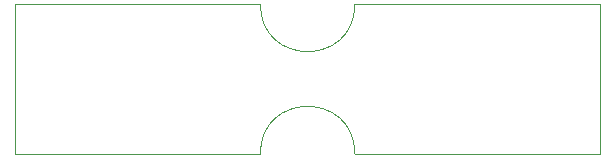
<source format=gbr>
%TF.GenerationSoftware,KiCad,Pcbnew,6.0.11-2627ca5db0~126~ubuntu20.04.1*%
%TF.CreationDate,2024-03-14T22:39:26-05:00*%
%TF.ProjectId,suqtagon-side,73757174-6167-46f6-9e2d-736964652e6b,rev?*%
%TF.SameCoordinates,Original*%
%TF.FileFunction,Profile,NP*%
%FSLAX46Y46*%
G04 Gerber Fmt 4.6, Leading zero omitted, Abs format (unit mm)*
G04 Created by KiCad (PCBNEW 6.0.11-2627ca5db0~126~ubuntu20.04.1) date 2024-03-14 22:39:26*
%MOMM*%
%LPD*%
G01*
G04 APERTURE LIST*
%TA.AperFunction,Profile*%
%ADD10C,0.100000*%
%TD*%
G04 APERTURE END LIST*
D10*
X120750000Y-100000000D02*
G75*
G03*
X128750000Y-100000000I4000000J0D01*
G01*
X128750000Y-100000000D02*
X149500000Y-100000000D01*
X100000000Y-100000000D02*
X120750000Y-100000000D01*
X100000000Y-112640000D02*
X120750000Y-112640000D01*
X128750000Y-112640000D02*
X149500000Y-112640000D01*
X149500000Y-100000000D02*
X149500000Y-112640000D01*
X128750000Y-112640000D02*
G75*
G03*
X120750000Y-112640000I-4000000J0D01*
G01*
X100000000Y-100000000D02*
X100000000Y-112640000D01*
M02*

</source>
